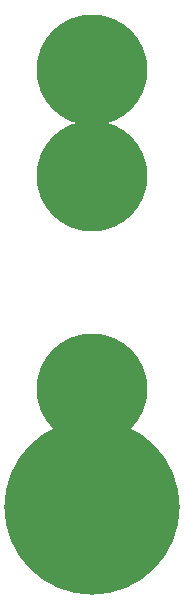
<source format=gbr>
G04 EAGLE Gerber RS-274X export*
G75*
%MOMM*%
%FSLAX34Y34*%
%LPD*%
%INSoldermask Bottom*%
%IPPOS*%
%AMOC8*
5,1,8,0,0,1.08239X$1,22.5*%
G01*
%ADD10C,9.401600*%
%ADD11C,0.451600*%
%ADD12C,14.851600*%


D10*
X100000Y360000D03*
D11*
X74600Y360000D03*
X125400Y360000D03*
X100000Y385400D03*
X100000Y334600D03*
X82220Y342220D03*
X82220Y377780D03*
X117780Y377780D03*
X117780Y342220D03*
X59360Y360000D03*
X100000Y400640D03*
X100000Y319360D03*
X140640Y360000D03*
X127940Y387940D03*
X127940Y332060D03*
X72060Y332060D03*
X72060Y387940D03*
D10*
X100000Y180000D03*
D11*
X125400Y180000D03*
X74600Y180000D03*
X100000Y154600D03*
X100000Y205400D03*
X117780Y197780D03*
X117780Y162220D03*
X82220Y162220D03*
X82220Y197780D03*
X140640Y180000D03*
X100000Y139360D03*
X100000Y220640D03*
X59360Y180000D03*
X72060Y152060D03*
X72060Y207940D03*
X127940Y207940D03*
X127940Y152060D03*
D12*
X100000Y80000D03*
D11*
X66980Y80000D03*
X133020Y80000D03*
X100000Y113020D03*
X100000Y46980D03*
X72060Y97780D03*
X82220Y107940D03*
X117780Y107940D03*
X127940Y97780D03*
X127940Y62220D03*
X117780Y52060D03*
X82220Y52060D03*
X72060Y62220D03*
X33960Y80000D03*
X166040Y80000D03*
X100000Y146040D03*
X100000Y13960D03*
X54280Y125720D03*
X145720Y34280D03*
X54280Y34280D03*
X145720Y125720D03*
X39040Y105400D03*
X39040Y54600D03*
X160960Y54600D03*
X160960Y105400D03*
X74600Y140960D03*
X74600Y19040D03*
X125400Y19040D03*
X125400Y140960D03*
D10*
X100000Y450000D03*
D11*
X125400Y450000D03*
X74600Y450000D03*
X100000Y424600D03*
X100000Y475400D03*
X117780Y467780D03*
X117780Y432220D03*
X82220Y432220D03*
X82220Y467780D03*
X140640Y450000D03*
X100000Y409360D03*
X100000Y490640D03*
X59360Y450000D03*
X72060Y422060D03*
X72060Y477940D03*
X127940Y477940D03*
X127940Y422060D03*
M02*

</source>
